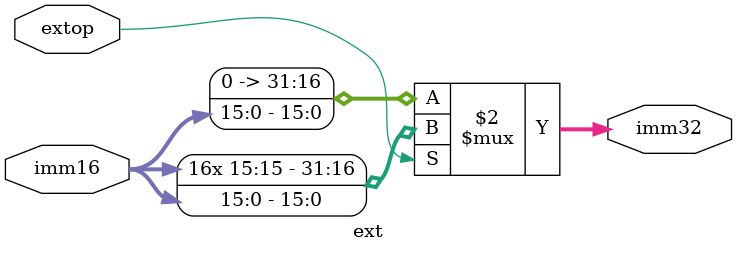
<source format=v>
module ext(imm16, imm32, extop);
    input [15:0] imm16;
    input extop;
    output [31:0] imm32;

    assign imm32 = (extop == 0) ? {16'h0000, imm16} : {{16{imm16[15]}}, imm16};
endmodule
</source>
